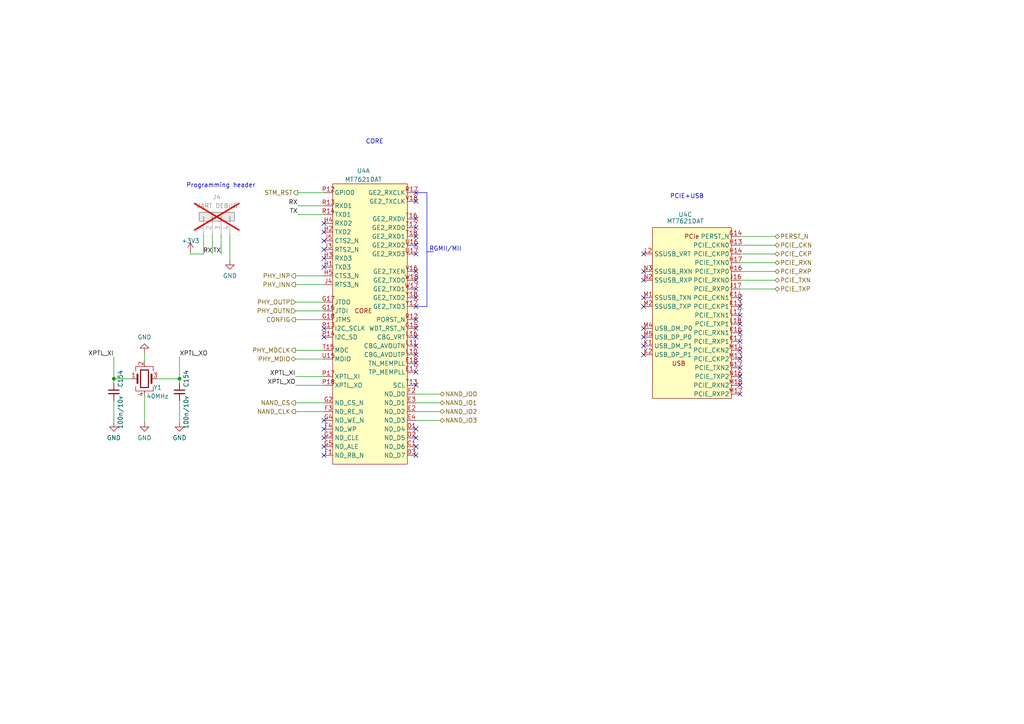
<source format=kicad_sch>
(kicad_sch (version 20230121) (generator eeschema)
  (paper "A4")
  (junction (at 33.02 109.855))
  (junction (at 52.07 109.855))
  (no_connect (at 120.65 102.87))
  (no_connect (at 214.63 109.22))
  (no_connect (at 93.98 95.25))
  (no_connect (at 214.63 114.3))
  (no_connect (at 93.98 69.85))
  (no_connect (at 120.65 132.08))
  (no_connect (at 93.98 127))
  (no_connect (at 93.98 132.08))
  (no_connect (at 120.65 63.5))
  (no_connect (at 214.63 104.14))
  (no_connect (at 120.65 73.66))
  (no_connect (at 214.63 106.68))
  (no_connect (at 186.69 88.9))
  (no_connect (at 120.65 129.54))
  (no_connect (at 93.98 121.92))
  (no_connect (at 120.65 100.33))
  (no_connect (at 120.65 81.28))
  (no_connect (at 93.98 74.93))
  (no_connect (at 214.63 93.98))
  (no_connect (at 120.65 86.36))
  (no_connect (at 120.65 124.46))
  (no_connect (at 120.65 97.79))
  (no_connect (at 120.65 127))
  (no_connect (at 93.98 64.77))
  (no_connect (at 214.63 91.44))
  (no_connect (at 186.69 78.74))
  (no_connect (at 214.63 101.6))
  (no_connect (at 186.69 97.79))
  (no_connect (at 214.63 96.52))
  (no_connect (at 120.65 88.9))
  (no_connect (at 186.69 86.36))
  (no_connect (at 93.98 77.47))
  (no_connect (at 186.69 102.87))
  (no_connect (at 120.65 83.82))
  (no_connect (at 93.98 124.46))
  (no_connect (at 214.63 99.06))
  (no_connect (at 214.63 111.76))
  (no_connect (at 120.65 68.58))
  (no_connect (at 120.65 58.42))
  (no_connect (at 120.65 71.12))
  (no_connect (at 93.98 97.79))
  (no_connect (at 120.65 107.95))
  (no_connect (at 120.65 95.25))
  (no_connect (at 186.69 95.25))
  (no_connect (at 186.69 100.33))
  (no_connect (at 120.65 55.88))
  (no_connect (at 120.65 78.74))
  (no_connect (at 93.98 67.31))
  (no_connect (at 186.69 81.28))
  (no_connect (at 120.65 111.76))
  (no_connect (at 120.65 105.41))
  (no_connect (at 186.69 73.66))
  (no_connect (at 93.98 129.54))
  (no_connect (at 214.63 88.9))
  (no_connect (at 93.98 72.39))
  (no_connect (at 120.65 66.04))
  (no_connect (at 214.63 86.36))
  (no_connect (at 120.65 92.71))
  (wire (pts (xy 61.595 67.945) (xy 61.595 73.66)))
  (wire (pts (xy 85.725 109.22) (xy 93.98 109.22)))
  (wire (pts (xy 85.725 82.55) (xy 93.98 82.55)))
  (wire (pts (xy 120.65 116.84) (xy 127.635 116.84)))
  (wire (pts (xy 214.63 71.12) (xy 224.79 71.12)))
  (wire (pts (xy 52.07 109.855) (xy 52.07 111.125)))
  (wire (pts (xy 85.725 80.01) (xy 93.98 80.01)))
  (wire (pts (xy 214.63 81.28) (xy 224.79 81.28)))
  (wire (pts (xy 85.725 90.17) (xy 93.98 90.17)))
  (wire (pts (xy 41.91 114.935) (xy 41.91 122.555)))
  (wire (pts (xy 85.725 116.84) (xy 93.98 116.84)))
  (wire (pts (xy 85.725 104.14) (xy 93.98 104.14)))
  (wire (pts (xy 33.02 109.855) (xy 33.02 111.125)))
  (wire (pts (xy 45.72 109.855) (xy 52.07 109.855)))
  (wire (pts (xy 86.36 62.23) (xy 93.98 62.23)))
  (wire (pts (xy 120.65 119.38) (xy 127.635 119.38)))
  (wire (pts (xy 85.725 101.6) (xy 93.98 101.6)))
  (wire (pts (xy 85.725 92.71) (xy 93.98 92.71)))
  (wire (pts (xy 64.135 67.945) (xy 64.135 73.66)))
  (wire (pts (xy 41.91 102.235) (xy 41.91 104.775)))
  (wire (pts (xy 214.63 68.58) (xy 224.79 68.58)))
  (wire (pts (xy 66.675 67.945) (xy 66.675 75.565)))
  (wire (pts (xy 214.63 76.2) (xy 224.79 76.2)))
  (wire (pts (xy 55.245 73.66) (xy 55.245 73.025)))
  (polyline (pts (xy 123.825 73.025) (xy 123.825 88.9)))
  (polyline (pts (xy 123.825 73.025) (xy 125.73 73.025)))
  (wire (pts (xy 120.65 114.3) (xy 127.635 114.3)))
  (wire (pts (xy 33.02 116.205) (xy 33.02 122.555)))
  (wire (pts (xy 85.725 87.63) (xy 93.98 87.63)))
  (wire (pts (xy 59.055 67.945) (xy 59.055 73.66)))
  (polyline (pts (xy 120.65 88.9) (xy 123.825 88.9)))
  (wire (pts (xy 52.07 116.205) (xy 52.07 122.555)))
  (wire (pts (xy 33.02 109.855) (xy 38.1 109.855)))
  (wire (pts (xy 214.63 73.66) (xy 224.79 73.66)))
  (wire (pts (xy 214.63 78.74) (xy 224.79 78.74)))
  (wire (pts (xy 214.63 83.82) (xy 224.79 83.82)))
  (polyline (pts (xy 120.65 55.88) (xy 123.825 55.88)))
  (wire (pts (xy 85.725 119.38) (xy 93.98 119.38)))
  (wire (pts (xy 85.725 111.76) (xy 93.98 111.76)))
  (polyline (pts (xy 123.825 55.88) (xy 123.825 73.025)))
  (wire (pts (xy 59.055 73.66) (xy 55.245 73.66)))
  (wire (pts (xy 86.36 55.88) (xy 93.98 55.88)))
  (wire (pts (xy 33.02 103.505) (xy 33.02 109.855)))
  (wire (pts (xy 86.36 59.69) (xy 93.98 59.69)))
  (wire (pts (xy 120.65 121.92) (xy 127.635 121.92)))
  (wire (pts (xy 52.07 103.505) (xy 52.07 109.855)))
  (text "CORE" (at 106.045 41.91 0) (effects (font (size 1.27 1.27)) (justify left bottom)))
  (text "RGMII/MII" (at 124.46 73.025 0) (effects (font (size 1.27 1.27)) (justify left bottom)))
  (text "PCIE+USB" (at 194.31 57.785 0) (effects (font (size 1.27 1.27)) (justify left bottom)))
  (text "Programming header" (at 53.975 54.61 0) (effects (font (size 1.27 1.27)) (justify left bottom)))
  (label "RX" (at 86.36 59.69 180))
  (label "XPTL_XI" (at 85.725 109.22 180))
  (label "TX" (at 86.36 62.23 180))
  (label "RX" (at 61.595 73.66 180))
  (label "XPTL_XI" (at 33.02 103.505 180))
  (label "XPTL_XO" (at 52.07 103.505 0))
  (label "XPTL_XO" (at 85.725 111.76 180))
  (label "TX" (at 64.135 73.66 180))
  (hierarchical_label "PCIE_CKP" (shape bidirectional) (at 224.79 73.66 0))
  (hierarchical_label "PHY_OUTN" (shape input) (at 85.725 90.17 180))
  (hierarchical_label "PHY_OUTP" (shape input) (at 85.725 87.63 180))
  (hierarchical_label "PCIE_TXP" (shape bidirectional) (at 224.79 83.82 0))
  (hierarchical_label "NAND_IO2" (shape bidirectional) (at 127.635 119.38 0))
  (hierarchical_label "PERST_N" (shape bidirectional) (at 224.79 68.58 0))
  (hierarchical_label "PHY_MDCLK" (shape output) (at 85.725 101.6 180))
  (hierarchical_label "NAND_CS" (shape output) (at 85.725 116.84 180))
  (hierarchical_label "NAND_IO0" (shape bidirectional) (at 127.635 114.3 0))
  (hierarchical_label "CONFIG" (shape output) (at 85.725 92.71 180))
  (hierarchical_label "PHY_INN" (shape output) (at 85.725 82.55 180))
  (hierarchical_label "PCIE_CKN" (shape bidirectional) (at 224.79 71.12 0))
  (hierarchical_label "PCIE_TXN" (shape bidirectional) (at 224.79 81.28 0))
  (hierarchical_label "NAND_IO1" (shape bidirectional) (at 127.635 116.84 0))
  (hierarchical_label "PCIE_RXP" (shape bidirectional) (at 224.79 78.74 0))
  (hierarchical_label "PHY_INP" (shape output) (at 85.725 80.01 180))
  (hierarchical_label "PHY_MDIO" (shape bidirectional) (at 85.725 104.14 180))
  (hierarchical_label "NAND_CLK" (shape output) (at 85.725 119.38 180))
  (hierarchical_label "PCIE_RXN" (shape bidirectional) (at 224.79 76.2 0))
  (hierarchical_label "NAND_IO3" (shape bidirectional) (at 127.635 121.92 0))
  (hierarchical_label "STM_RST" (shape output) (at 86.36 55.88 180))
  (symbol (lib_id "Device:Crystal_GND24") (at 41.91 109.855 0) (unit 1)
    (property "Reference" "Y1" (at 45.72 112.395 0))
    (property "Value" "40MHz" (at 45.72 114.935 0))
    (property "Footprint" "Crystal:Crystal_SMD_2520-4Pin_2.5x2.0mm" (effects hide))
  )
  (symbol (lib_id "Device:C_Small") (at 33.02 113.665 0) (unit 1)
    (property "Reference" "C154" (at 34.925 112.395 90) (effects (justify left)))
    (property "Value" "100n/10v" (at 34.925 124.46 90) (effects (justify left)))
    (property "Footprint" "Capacitor_SMD:C_0402_1005Metric" (effects hide))
    (instances (project "Joy12vPCB_PoE" (path "" (reference "C154") (unit 1)) (path "" (reference "C119") (unit 1))))
  )
  (symbol (lib_id "power:GND") (at 41.91 102.235 0) (mirror x) (unit 1)
    (property "Reference" "#PWR0120" (effects hide))
    (property "Value" "GND" (at 41.91 97.79 0))
  )
  (symbol (lib_id "power:GND") (at 52.07 122.555 0) (unit 1)
    (property "Reference" "#PWR0122" (effects hide))
    (property "Value" "GND" (at 52.07 127 0))
  )
  (symbol (lib_name "MT7621DAT_1") (lib_id "ECAD_Symbol:MT7621DAT") (at 106.68 67.31 0) (unit 1)
    (property "Reference" "U4" (at 105.41 49.53 0))
    (property "Value" "MT7621DAT" (at 105.41 52.07 0))
    (property "Footprint" "Library:MT7621DAT" (effects hide))
    (instances (project "Joy12vPCB_PoE" (path "" (reference "U4") (unit 1)) (path "" (reference "U8") (unit 1)) (path "" (reference "U8") (unit 1))))
  )
  (symbol (lib_id "power:GND") (at 41.91 122.555 0) (unit 1)
    (property "Reference" "#PWR0121" (effects hide))
    (property "Value" "GND" (at 41.91 127 0))
  )
  (symbol (lib_id "ECAD_Symbol:MT7621DAT") (at 201.93 81.28 0) (mirror y) (unit 3)
    (property "Reference" "U4" (at 198.755 62.23 0))
    (property "Value" "MT7621DAT" (at 198.755 64.135 0))
    (property "Footprint" "Library:MT7621DAT" (effects hide))
    (instances (project "Joy12vPCB_PoE" (path "" (reference "U4") (unit 3)) (path "" (reference "U8") (unit 3)) (path "" (reference "U8") (unit 3))))
  )
  (symbol (lib_id "power:GND") (at 66.675 75.565 0) (unit 1)
    (property "Reference" "#PWR0118" (effects hide))
    (property "Value" "GND" (at 66.675 80.01 0))
  )
  (symbol (lib_id "power:GND") (at 33.02 122.555 0) (unit 1)
    (property "Reference" "#PWR0119" (effects hide))
    (property "Value" "GND" (at 33.02 127 0))
  )
  (symbol (lib_id "power:+3V3") (at 55.245 73.025 0) (unit 1)
    (property "Reference" "#PWR0117" (effects hide))
    (property "Value" "+3V3" (at 55.245 69.85 0))
  )
  (symbol (lib_id "Device:C_Small") (at 52.07 113.665 0) (unit 1)
    (property "Reference" "C154" (at 53.975 112.395 90) (effects (justify left)))
    (property "Value" "100n/10v" (at 53.975 124.46 90) (effects (justify left)))
    (property "Footprint" "Capacitor_SMD:C_0402_1005Metric" (effects hide))
    (instances (project "Joy12vPCB_PoE" (path "" (reference "C154") (unit 1)) (path "" (reference "C120") (unit 1))))
  )
  (symbol (lib_id "Connector_Generic:Conn_01x04") (at 61.595 62.865 90) (unit 1) (in_bom no) (dnp yes)
    (property "Reference" "J4" (at 62.865 57.15 90))
    (property "Value" "UART DEBUG" (at 62.865 59.69 90))
    (property "Footprint" "Connector_PinHeader_2.54mm:PinHeader_1x04_P2.54mm_Vertical" (effects hide))
  )
)
</source>
